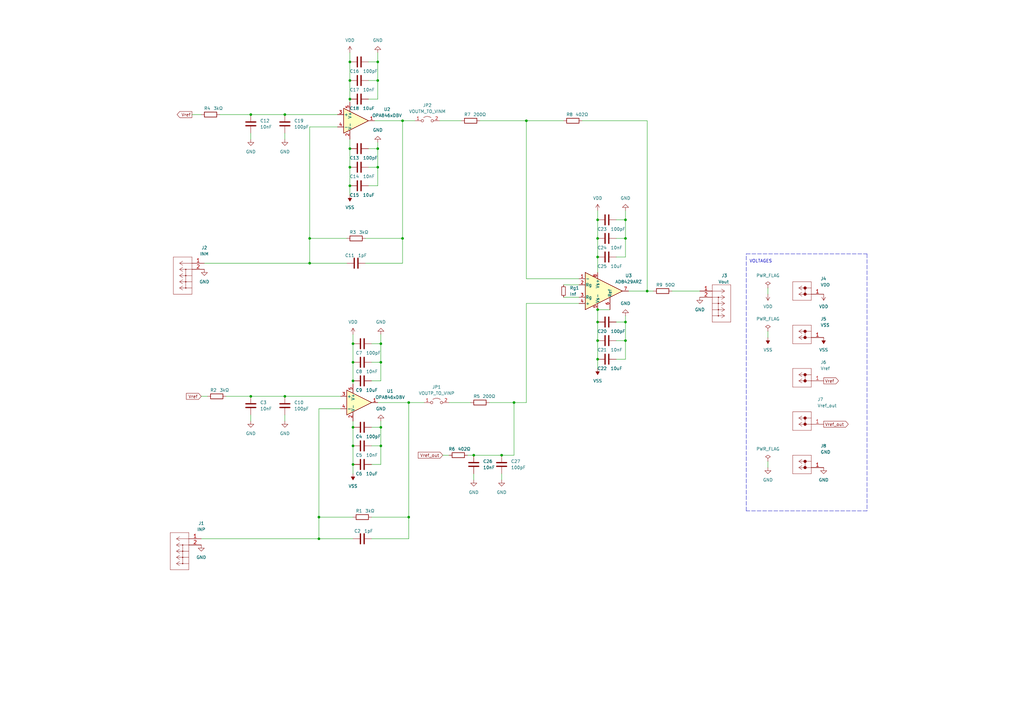
<source format=kicad_sch>
(kicad_sch (version 20211123) (generator eeschema)
  (paper "A3")
  (title_block (title "Amplifying and differential circuit") (date "2022-11-18") (rev "1") (company "EPFL") (comment 1 "For noise/differential measurements on transistors") (comment 2 "Vicente CARBON"))
  (lib_symbols
    (symbol "973582101_1" (pin_names (offset 0.254) hide)
      (property "Reference" "J?" (at 8.89 6.35 0))
      (property "Value" "973582101_1" (at 10.16 -7.62 0))
      (symbol "973582101_1_1_1"
        (pin bidirectional line (at 0 0 0) (length 5.08) (name "1") (number "1"))
        (pin no_connect line (at 0 -2.54 0) (length 5.08) hide (name "2") (number "2"))
      )
    )
    (symbol "973582101_2" (pin_names (offset 0.254) hide)
      (property "Reference" "J?" (at 8.89 6.35 0))
      (property "Value" "973582101_2" (at 10.16 -7.62 0))
      (symbol "973582101_2_1_1"
        (pin bidirectional line (at 0 0 0) (length 5.08) (name "1") (number "1"))
        (pin no_connect line (at 0 -2.54 0) (length 5.08) hide (name "2") (number "2"))
      )
    )
    (symbol "973582101_3" (pin_names (offset 0.254) hide)
      (property "Reference" "J?" (at 8.89 6.35 0))
      (property "Value" "973582101_3" (at 10.16 -7.62 0))
      (symbol "973582101_3_1_1"
        (pin bidirectional line (at 0 0 0) (length 5.08) (name "1") (number "1"))
        (pin no_connect line (at 0 -2.54 0) (length 5.08) hide (name "2") (number "2"))
      )
    )
    (symbol "973582101_4" (pin_names (offset 0.254) hide)
      (property "Reference" "J?" (at 8.89 6.35 0))
      (property "Value" "973582101_4" (at 10.16 -7.62 0))
      (symbol "973582101_4_1_1"
        (pin bidirectional line (at 0 0 0) (length 5.08) (name "1") (number "1"))
        (pin no_connect line (at 0 -2.54 0) (length 5.08) hide (name "2") (number "2"))
      )
    )
    (symbol "Amplifier_Instrumentation:AD8429ARZ" (pin_names (offset 0.127))
      (property "Reference" "U" (at 3.556 7.366 0))
      (property "Value" "AD8429ARZ" (at 7.366 5.334 0))
      (symbol "AD8429ARZ_1_1"
        (pin input line (at -7.62 5.08 0) (length 2.54) (name "-") (number "1"))
        (pin passive line (at -7.62 2.54 0) (length 2.54) (name "Rg") (number "2"))
        (pin passive line (at -7.62 -2.54 0) (length 2.54) (name "Rg") (number "3"))
        (pin input line (at -7.62 -5.08 0) (length 2.54) (name "+") (number "4"))
        (pin power_in line (at 0 -7.62 90) (length 2.54) (name "Vs-") (number "5"))
        (pin passive line (at 5.08 -7.62 90) (length 5.08) (name "Ref") (number "6"))
        (pin output line (at 12.7 0 180) (length 2.54) (name "~") (number "7"))
        (pin power_in line (at 0 7.62 270) (length 2.54) (name "Vs+") (number "8"))
      )
    )
    (symbol "Amplifier_Operational:OPA846xDBV" (pin_names (offset 0.127))
      (property "Reference" "U" (at -1.27 6.35 0))
      (property "Value" "OPA846xDBV" (at -1.27 3.81 0))
      (symbol "OPA846xDBV_0_1"
        (pin power_in line (at -2.54 -7.62 90) (length 3.81) (name "V-") (number "2"))
        (pin power_in line (at -2.54 7.62 270) (length 3.81) (name "V+") (number "5"))
      )
      (symbol "OPA846xDBV_1_1"
        (pin output line (at 7.62 0 180) (length 2.54) (name "~") (number "1"))
        (pin input line (at -7.62 2.54 0) (length 2.54) (name "+") (number "3"))
        (pin input line (at -7.62 -2.54 0) (length 2.54) (name "-") (number "4"))
      )
    )
    (symbol "Device:C" (pin_numbers hide) (pin_names (offset 0.254))
      (property "Reference" "C" (at 0.635 2.54 0))
      (property "Value" "C" (at 0.635 -2.54 0))
      (symbol "C_1_1"
        (pin passive line (at 0 3.81 270) (length 2.794) (name "~") (number "1"))
        (pin passive line (at 0 -3.81 90) (length 2.794) (name "~") (number "2"))
      )
    )
    (symbol "Device:R" (pin_numbers hide) (pin_names (offset 0))
      (property "Reference" "R" (at 2.032 0 90))
      (property "Value" "R" (at 0 0 90))
      (symbol "R_1_1"
        (pin passive line (at 0 3.81 270) (length 1.27) (name "~") (number "1"))
        (pin passive line (at 0 -3.81 90) (length 1.27) (name "~") (number "2"))
      )
    )
    (symbol "Device:R_Small" (pin_numbers hide) (pin_names (offset 0.254) hide)
      (property "Reference" "R" (at 0.762 0.508 0))
      (property "Value" "R_Small" (at 0.762 -1.016 0))
      (symbol "R_Small_1_1"
        (pin passive line (at 0 2.54 270) (length 0.762) (name "~") (number "1"))
        (pin passive line (at 0 -2.54 90) (length 0.762) (name "~") (number "2"))
      )
    )
    (symbol "SMA-J-P-H-RA-TH1_1" (pin_names (offset 0.254) hide)
      (property "Reference" "J?" (at 8.89 6.35 0))
      (property "Value" "SMA-J-P-H-RA-TH1_1" (at 8.89 -16.51 0))
      (symbol "SMA-J-P-H-RA-TH1_1_1_1"
        (pin bidirectional line (at 0 0 0) (length 5.08) (name "1") (number "1"))
        (pin passive line (at 0 -2.54 0) (length 5.08) (name "2") (number "2"))
        (pin no_connect line (at 0 -5.08 0) (length 5.08) hide (name "3") (number "3"))
        (pin no_connect line (at 0 -7.62 0) (length 5.08) hide (name "4") (number "4"))
        (pin no_connect line (at 0 -10.16 0) (length 5.08) hide (name "5") (number "5"))
      )
    )
    (symbol "SMA-J-P-H-RA-TH1_2" (pin_names (offset 0.254) hide)
      (property "Reference" "J?" (at 8.89 6.35 0))
      (property "Value" "SMA-J-P-H-RA-TH1_2" (at 8.89 -16.51 0))
      (symbol "SMA-J-P-H-RA-TH1_2_1_1"
        (pin bidirectional line (at 0 0 0) (length 5.08) (name "1") (number "1"))
        (pin passive line (at 0 -2.54 0) (length 5.08) (name "2") (number "2"))
        (pin no_connect line (at 0 -5.08 0) (length 5.08) hide (name "3") (number "3"))
        (pin no_connect line (at 0 -7.62 0) (length 5.08) hide (name "4") (number "4"))
        (pin no_connect line (at 0 -10.16 0) (length 5.08) hide (name "5") (number "5"))
      )
    )
    (symbol "created_lib:973582101" (pin_names (offset 0.254) hide)
      (property "Reference" "J?" (at 8.89 6.35 0))
      (property "Value" "973582101" (at 10.16 -7.62 0))
      (symbol "973582101_1_1"
        (pin bidirectional line (at 0 0 0) (length 5.08) (name "1") (number "1"))
        (pin no_connect line (at 0 -2.54 0) (length 5.08) hide (name "2") (number "2"))
      )
    )
    (symbol "created_lib:Jumper_2_Open" (pin_names (offset 0) hide)
      (property "Reference" "JP" (at 0 2.794 0))
      (property "Value" "Jumper_2_Open" (at 0 -2.286 0))
      (symbol "Jumper_2_Open_1_1"
        (pin passive line (at -5.08 0 0) (length 2.54) (name "A") (number "1"))
        (pin passive line (at 5.08 0 180) (length 2.54) (name "B") (number "2"))
      )
    )
    (symbol "created_lib:SMA-J-P-H-RA-TH1" (pin_names (offset 0.254) hide)
      (property "Reference" "J?" (at 8.89 6.35 0))
      (property "Value" "SMA-J-P-H-RA-TH1" (at 8.89 -16.51 0))
      (symbol "SMA-J-P-H-RA-TH1_1_1"
        (pin bidirectional line (at 0 0 0) (length 5.08) (name "1") (number "1"))
        (pin passive line (at 0 -2.54 0) (length 5.08) (name "2") (number "2"))
        (pin no_connect line (at 0 -5.08 0) (length 5.08) hide (name "3") (number "3"))
        (pin no_connect line (at 0 -7.62 0) (length 5.08) hide (name "4") (number "4"))
        (pin no_connect line (at 0 -10.16 0) (length 5.08) hide (name "5") (number "5"))
      )
    )
    (symbol "power:GND" (power) (pin_names (offset 0))
      (property "Value" "GND" (at 0 -3.81 0))
      (symbol "GND_1_1"
        (pin power_in line (at 0 0 270) (length 0) hide (name "GND") (number "1"))
      )
    )
    (symbol "power:PWR_FLAG" (power) (pin_numbers hide) (pin_names (offset 0) hide)
      (property "Value" "PWR_FLAG" (at 0 3.81 0))
      (symbol "PWR_FLAG_0_0"
        (pin power_out line (at 0 0 90) (length 0) (name "pwr") (number "1"))
      )
    )
    (symbol "power:VDD" (power) (pin_names (offset 0))
      (property "Value" "VDD" (at 0 3.81 0))
      (symbol "VDD_1_1"
        (pin power_in line (at 0 0 90) (length 0) hide (name "VDD") (number "1"))
      )
    )
    (symbol "power:VSS" (power) (pin_names (offset 0))
      (property "Value" "VSS" (at 0 3.81 0))
      (symbol "VSS_1_1"
        (pin power_in line (at 0 0 90) (length 0) hide (name "VSS") (number "1"))
      )
    )
  )
  (junction (at 256.54 132.08))
  (junction (at 130.81 220.98))
  (junction (at 143.51 60.96))
  (junction (at 143.51 76.2))
  (junction (at 154.94 68.58))
  (junction (at 144.78 148.59))
  (junction (at 256.54 90.17))
  (junction (at 154.94 33.02))
  (junction (at 245.11 139.7))
  (junction (at 127 97.79))
  (junction (at 156.21 148.59))
  (junction (at 143.51 33.02))
  (junction (at 256.54 97.79))
  (junction (at 167.64 165.1))
  (junction (at 144.78 175.26))
  (junction (at 215.9 49.53))
  (junction (at 156.21 140.97))
  (junction (at 116.84 46.99))
  (junction (at 256.54 139.7))
  (junction (at 144.78 156.21))
  (junction (at 245.11 90.17))
  (junction (at 127 107.95))
  (junction (at 245.11 97.79))
  (junction (at 245.11 127))
  (junction (at 156.21 182.88))
  (junction (at 154.94 60.96))
  (junction (at 165.1 97.79))
  (junction (at 245.11 132.08))
  (junction (at 265.43 119.38))
  (junction (at 245.11 147.32))
  (junction (at 130.81 212.09))
  (junction (at 167.64 212.09))
  (junction (at 245.11 105.41))
  (junction (at 194.31 186.69))
  (junction (at 116.84 162.56))
  (junction (at 144.78 182.88))
  (junction (at 156.21 175.26))
  (junction (at 144.78 140.97))
  (junction (at 205.74 186.69))
  (junction (at 143.51 68.58))
  (junction (at 154.94 25.4))
  (junction (at 143.51 25.4))
  (junction (at 143.51 40.64))
  (junction (at 102.87 46.99))
  (junction (at 144.78 190.5))
  (junction (at 102.87 162.56))
  (junction (at 210.82 165.1))
  (junction (at 165.1 49.53))
  (wire (pts (xy 256.54 90.17) (xy 256.54 86.36)))
  (wire (pts (xy 154.94 25.4) (xy 154.94 21.59)))
  (wire (pts (xy 184.15 165.1) (xy 193.04 165.1)))
  (wire (pts (xy 167.64 212.09) (xy 167.64 220.98)))
  (wire (pts (xy 238.76 49.53) (xy 265.43 49.53)))
  (wire (pts (xy 151.13 76.2) (xy 154.94 76.2)))
  (wire (pts (xy 151.13 68.58) (xy 154.94 68.58)))
  (wire (pts (xy 265.43 49.53) (xy 265.43 119.38)))
  (wire (pts (xy 127 52.07) (xy 127 97.79)))
  (wire (pts (xy 215.9 49.53) (xy 231.14 49.53)))
  (wire (pts (xy 314.96 189.23) (xy 314.96 191.77)))
  (wire (pts (xy 90.17 46.99) (xy 102.87 46.99)))
  (wire (pts (xy 256.54 97.79) (xy 256.54 105.41)))
  (wire (pts (xy 257.81 119.38) (xy 265.43 119.38)))
  (wire (pts (xy 144.78 140.97) (xy 144.78 148.59)))
  (polyline (pts (xy 306.07 209.55) (xy 306.07 104.14)))
  (wire (pts (xy 143.51 57.15) (xy 143.51 60.96)))
  (wire (pts (xy 210.82 186.69) (xy 210.82 165.1)))
  (wire (pts (xy 191.77 186.69) (xy 194.31 186.69)))
  (wire (pts (xy 144.78 148.59) (xy 144.78 156.21)))
  (wire (pts (xy 245.11 86.36) (xy 245.11 90.17)))
  (wire (pts (xy 245.11 105.41) (xy 245.11 111.76)))
  (wire (pts (xy 181.61 186.69) (xy 184.15 186.69)))
  (wire (pts (xy 156.21 148.59) (xy 156.21 156.21)))
  (wire (pts (xy 83.82 107.95) (xy 127 107.95)))
  (wire (pts (xy 205.74 186.69) (xy 210.82 186.69)))
  (wire (pts (xy 200.66 165.1) (xy 210.82 165.1)))
  (wire (pts (xy 102.87 170.18) (xy 102.87 172.72)))
  (wire (pts (xy 165.1 49.53) (xy 165.1 97.79)))
  (wire (pts (xy 256.54 132.08) (xy 256.54 139.7)))
  (wire (pts (xy 102.87 46.99) (xy 116.84 46.99)))
  (wire (pts (xy 144.78 156.21) (xy 144.78 157.48)))
  (wire (pts (xy 151.13 25.4) (xy 154.94 25.4)))
  (wire (pts (xy 154.94 68.58) (xy 154.94 76.2)))
  (polyline (pts (xy 355.6 104.14) (xy 355.6 209.55)))
  (wire (pts (xy 116.84 162.56) (xy 139.7 162.56)))
  (wire (pts (xy 275.59 119.38) (xy 287.02 119.38)))
  (wire (pts (xy 245.11 97.79) (xy 245.11 105.41)))
  (wire (pts (xy 194.31 186.69) (xy 205.74 186.69)))
  (wire (pts (xy 154.94 60.96) (xy 154.94 58.42)))
  (wire (pts (xy 156.21 140.97) (xy 156.21 148.59)))
  (wire (pts (xy 151.13 60.96) (xy 154.94 60.96)))
  (wire (pts (xy 152.4 175.26) (xy 156.21 175.26)))
  (wire (pts (xy 82.55 220.98) (xy 130.81 220.98)))
  (wire (pts (xy 256.54 139.7) (xy 256.54 147.32)))
  (wire (pts (xy 245.11 127) (xy 250.19 127)))
  (wire (pts (xy 245.11 147.32) (xy 245.11 151.13)))
  (wire (pts (xy 156.21 175.26) (xy 156.21 182.88)))
  (wire (pts (xy 210.82 165.1) (xy 215.9 165.1)))
  (wire (pts (xy 152.4 212.09) (xy 167.64 212.09)))
  (wire (pts (xy 152.4 182.88) (xy 156.21 182.88)))
  (wire (pts (xy 143.51 68.58) (xy 143.51 76.2)))
  (wire (pts (xy 180.34 49.53) (xy 189.23 49.53)))
  (wire (pts (xy 154.94 60.96) (xy 154.94 68.58)))
  (wire (pts (xy 156.21 140.97) (xy 156.21 137.16)))
  (polyline (pts (xy 355.6 209.55) (xy 306.07 209.55)))
  (wire (pts (xy 194.31 194.31) (xy 194.31 196.85)))
  (wire (pts (xy 144.78 137.16) (xy 144.78 140.97)))
  (wire (pts (xy 152.4 190.5) (xy 156.21 190.5)))
  (wire (pts (xy 92.71 162.56) (xy 102.87 162.56)))
  (wire (pts (xy 215.9 124.46) (xy 215.9 165.1)))
  (wire (pts (xy 127 107.95) (xy 142.24 107.95)))
  (wire (pts (xy 314.96 118.11) (xy 314.96 120.65)))
  (wire (pts (xy 245.11 127) (xy 245.11 132.08)))
  (wire (pts (xy 252.73 139.7) (xy 256.54 139.7)))
  (wire (pts (xy 231.14 121.92) (xy 237.49 121.92)))
  (wire (pts (xy 152.4 220.98) (xy 167.64 220.98)))
  (wire (pts (xy 130.81 220.98) (xy 144.78 220.98)))
  (wire (pts (xy 165.1 49.53) (xy 170.18 49.53)))
  (wire (pts (xy 152.4 140.97) (xy 156.21 140.97)))
  (wire (pts (xy 245.11 132.08) (xy 245.11 139.7)))
  (wire (pts (xy 153.67 49.53) (xy 165.1 49.53)))
  (wire (pts (xy 152.4 156.21) (xy 156.21 156.21)))
  (wire (pts (xy 116.84 54.61) (xy 116.84 57.15)))
  (wire (pts (xy 245.11 139.7) (xy 245.11 147.32)))
  (wire (pts (xy 130.81 167.64) (xy 130.81 212.09)))
  (wire (pts (xy 116.84 170.18) (xy 116.84 172.72)))
  (wire (pts (xy 167.64 165.1) (xy 167.64 212.09)))
  (wire (pts (xy 139.7 167.64) (xy 130.81 167.64)))
  (wire (pts (xy 252.73 90.17) (xy 256.54 90.17)))
  (wire (pts (xy 127 97.79) (xy 142.24 97.79)))
  (wire (pts (xy 143.51 40.64) (xy 143.51 41.91)))
  (wire (pts (xy 245.11 90.17) (xy 245.11 97.79)))
  (polyline (pts (xy 306.07 104.14) (xy 355.6 104.14)))
  (wire (pts (xy 314.96 135.89) (xy 314.96 138.43)))
  (wire (pts (xy 102.87 54.61) (xy 102.87 57.15)))
  (wire (pts (xy 237.49 114.3) (xy 215.9 114.3)))
  (wire (pts (xy 82.55 162.56) (xy 85.09 162.56)))
  (wire (pts (xy 102.87 162.56) (xy 116.84 162.56)))
  (wire (pts (xy 256.54 90.17) (xy 256.54 97.79)))
  (wire (pts (xy 78.74 46.99) (xy 82.55 46.99)))
  (wire (pts (xy 167.64 165.1) (xy 173.99 165.1)))
  (wire (pts (xy 256.54 132.08) (xy 256.54 129.54)))
  (wire (pts (xy 156.21 182.88) (xy 156.21 190.5)))
  (wire (pts (xy 144.78 190.5) (xy 144.78 194.31)))
  (wire (pts (xy 143.51 25.4) (xy 143.51 33.02)))
  (wire (pts (xy 149.86 97.79) (xy 165.1 97.79)))
  (wire (pts (xy 156.21 175.26) (xy 156.21 172.72)))
  (wire (pts (xy 152.4 148.59) (xy 156.21 148.59)))
  (wire (pts (xy 144.78 172.72) (xy 144.78 175.26)))
  (wire (pts (xy 154.94 165.1) (xy 167.64 165.1)))
  (wire (pts (xy 144.78 175.26) (xy 144.78 182.88)))
  (wire (pts (xy 151.13 33.02) (xy 154.94 33.02)))
  (wire (pts (xy 130.81 212.09) (xy 130.81 220.98)))
  (wire (pts (xy 143.51 60.96) (xy 143.51 68.58)))
  (wire (pts (xy 127 97.79) (xy 127 107.95)))
  (wire (pts (xy 143.51 76.2) (xy 143.51 80.01)))
  (wire (pts (xy 252.73 97.79) (xy 256.54 97.79)))
  (wire (pts (xy 265.43 119.38) (xy 267.97 119.38)))
  (wire (pts (xy 205.74 194.31) (xy 205.74 196.85)))
  (wire (pts (xy 252.73 105.41) (xy 256.54 105.41)))
  (wire (pts (xy 165.1 97.79) (xy 165.1 107.95)))
  (wire (pts (xy 130.81 212.09) (xy 144.78 212.09)))
  (wire (pts (xy 154.94 33.02) (xy 154.94 40.64)))
  (wire (pts (xy 252.73 147.32) (xy 256.54 147.32)))
  (wire (pts (xy 144.78 182.88) (xy 144.78 190.5)))
  (wire (pts (xy 143.51 33.02) (xy 143.51 40.64)))
  (wire (pts (xy 127 52.07) (xy 138.43 52.07)))
  (wire (pts (xy 154.94 25.4) (xy 154.94 33.02)))
  (wire (pts (xy 231.14 116.84) (xy 237.49 116.84)))
  (wire (pts (xy 143.51 21.59) (xy 143.51 25.4)))
  (wire (pts (xy 116.84 46.99) (xy 138.43 46.99)))
  (wire (pts (xy 149.86 107.95) (xy 165.1 107.95)))
  (wire (pts (xy 252.73 132.08) (xy 256.54 132.08)))
  (wire (pts (xy 151.13 40.64) (xy 154.94 40.64)))
  (wire (pts (xy 196.85 49.53) (xy 215.9 49.53)))
  (wire (pts (xy 215.9 114.3) (xy 215.9 49.53)))
  (wire (pts (xy 237.49 124.46) (xy 215.9 124.46)))
  (text "VOLTAGES\n" (at 307.34 107.95 0) (effects (font (size 1.27 1.27)) (justify left bottom)))
  (global_label "Vref" (shape input) (at 82.55 162.56 180) (property "Intersheet References" "${INTERSHEET_REFS}" (effects hide)))
  (global_label "Vref" (shape output) (at 78.74 46.99 180) (property "Intersheet References" "${INTERSHEET_REFS}" (effects hide)))
  (global_label "Vref_out" (shape output) (at 337.82 173.99 0) (property "Intersheet References" "${INTERSHEET_REFS}" (effects hide)))
  (global_label "Vref" (shape output) (at 337.82 156.21 0) (property "Intersheet References" "${INTERSHEET_REFS}" (effects hide)))
  (global_label "Vref_out" (shape input) (at 181.61 186.69 180) (property "Intersheet References" "${INTERSHEET_REFS}" (effects hide)))
  (symbol (lib_id "created_lib:Jumper_2_Open") (at 175.26 49.53 0) (unit 1)
    (property "Reference" "JP2" (at 175.26 43.18 0))
    (property "Value" "VOUTM_TO_VINM" (at 175.26 45.72 0))
    (property "Footprint" "created_lib:BC020-02-A-0200-0300-L-G" (effects hide))
    (property "Datasheet" "https://gct.co/files/specs/1.00mm-header-spec.pdf" (effects hide))
    (property "Shop link" "https://www.digikey.ch/en/products/detail/cnc-tech/243-06-1-03/3441567" (effects hide))
  )
  (symbol (lib_id "power:GND") (at 194.31 196.85 0) (unit 1)
    (property "Reference" "#PWR0124" (effects hide))
    (property "Value" "GND" (at 194.31 201.93 0))
  )
  (symbol (lib_id "Device:C") (at 146.05 107.95 90) (unit 1)
    (property "Reference" "C11" (at 145.415 104.775 90) (effects (justify left)))
    (property "Value" "1pF" (at 150.495 104.775 90) (effects (justify left)))
    (property "Footprint" "created_lib:CC1206JRNPO9BN102" (effects hide))
    (property "Datasheet" "https://www.yageo.com/upload/media/product/productsearch/datasheet/mlcc/UPY-GP_NP0_16V-to-50V_18.pdf" (effects hide))
    (property "Shop link" "https://www.digikey.ch/en/products/detail/yageo/CC1206JRNPO9BN102/302897" (effects hide))
  )
  (symbol (lib_id "Device:R") (at 187.96 186.69 90) (unit 1)
    (property "Reference" "R6" (at 186.69 184.15 90) (effects (justify left)))
    (property "Value" "402Ω" (at 193.04 184.15 90) (effects (justify left)))
    (property "Footprint" "Resistor_SMD:R_0603_1608Metric" (effects hide))
    (property "Datasheet" "https://www.susumu.co.jp/common/pdf/n_catalog_partition05_en.pdf" (effects hide))
    (property "Shop link" "https://www.digikey.ch/en/products/detail/susumu/RR0816P-4020-D-59A/676140" (effects hide))
  )
  (symbol (lib_id "Device:C") (at 248.92 147.32 90) (unit 1)
    (property "Reference" "C22" (at 248.92 151.13 90) (effects (justify left)))
    (property "Value" "10uF" (at 255.27 151.13 90) (effects (justify left)))
    (property "Footprint" "created_lib:C1206X106J4RACAUTO" (effects hide))
    (property "Shop link" "https://www.digikey.ch/en/products/detail/kemet/C1206X106J4RACAUTO/11675950" (effects hide))
  )
  (symbol (lib_id "power:GND") (at 116.84 172.72 0) (unit 1)
    (property "Reference" "#PWR0105" (effects hide))
    (property "Value" "GND" (at 116.84 177.8 0))
  )
  (symbol (lib_id "Device:C") (at 102.87 50.8 0) (unit 1)
    (property "Reference" "C12" (at 106.68 49.5299 0) (effects (justify left)))
    (property "Value" "10nF" (at 106.68 52.0699 0) (effects (justify left)))
    (property "Footprint" "created_lib:06035C103JAT2A" (effects hide))
    (property "Datasheet" "https://datasheets.kyocera-avx.com/X7RDielectric.pdf" (effects hide))
    (property "Shop link" "https://www.digikey.ch/en/products/detail/kyocera-avx/06035C103JAT2A/1600025" (effects hide))
  )
  (symbol (lib_id "power:GND") (at 82.55 223.52 0) (unit 1)
    (property "Reference" "#PWR0114" (effects hide))
    (property "Value" "GND" (at 82.55 228.6 0))
  )
  (symbol (lib_id "Device:R") (at 193.04 49.53 90) (unit 1)
    (property "Reference" "R7" (at 193.04 46.99 90) (effects (justify left)))
    (property "Value" "200Ω" (at 199.39 46.99 90) (effects (justify left)))
    (property "Footprint" "Resistor_SMD:R_0603_1608Metric" (effects hide))
    (property "Datasheet" "https://www.susumu.co.jp/common/pdf/n_catalog_partition05_en.pdf" (effects hide))
    (property "Shop link" "https://www.digikey.ch/en/products/detail/susumu/RR0816P-201-D/432168" (effects hide))
  )
  (symbol (lib_id "Device:C") (at 194.31 190.5 0) (unit 1)
    (property "Reference" "C26" (at 198.12 189.2299 0) (effects (justify left)))
    (property "Value" "10nF" (at 198.12 191.7699 0) (effects (justify left)))
    (property "Footprint" "created_lib:06035C103JAT2A" (effects hide))
    (property "Datasheet" "https://datasheets.kyocera-avx.com/X7RDielectric.pdf" (effects hide))
    (property "Shop link" "https://www.digikey.ch/en/products/detail/kyocera-avx/06035C103JAT2A/1600025" (effects hide))
  )
  (symbol (lib_name "973582101_1") (lib_id "created_lib:973582101") (at 337.82 173.99 180) (unit 1)
    (property "Reference" "J7" (at 335.28 163.83 0) (effects (justify right)))
    (property "Value" "Vref_out" (at 335.28 166.37 0) (effects (justify right)))
    (property "Footprint" "created_lib:973582101" (effects hide))
    (property "Datasheet" "https://www.digikey.ch/fr/products/detail/altech-corporation/973582101/9447005?s=N4IgTCBcDaIJwHYDMBWAHGAjABkyAugL5A" (effects hide))
    (property "Shop link" "https://www.digikey.ch/fr/products/detail/altech-corporation/973582101/9447005?s=N4IgTCBcDaIJwHYDMBWAHGAjABkyAugL5A" (effects hide))
  )
  (symbol (lib_id "Device:C") (at 147.32 68.58 90) (unit 1)
    (property "Reference" "C14" (at 147.32 72.39 90) (effects (justify left)))
    (property "Value" "10nF" (at 153.7225 72.3912 90) (effects (justify left)))
    (property "Footprint" "created_lib:06035C103JAT2A" (effects hide))
    (property "Datasheet" "https://datasheets.kyocera-avx.com/X7RDielectric.pdf" (effects hide))
    (property "Shop link" "https://www.digikey.ch/en/products/detail/kyocera-avx/06035C103JAT2A/1600025" (effects hide))
  )
  (symbol (lib_id "Device:R") (at 146.05 97.79 90) (unit 1)
    (property "Reference" "R3" (at 146.05 95.25 90) (effects (justify left)))
    (property "Value" "3kΩ" (at 151.13 95.25 90) (effects (justify left)))
    (property "Footprint" "Resistor_SMD:R_0402_1005Metric" (effects hide))
    (property "Datasheet" "https://www.susumu.co.jp/common/pdf/n_catalog_partition05_en.pdf" (effects hide))
    (property "Shop link" "https://www.digikey.ch/en/products/detail/susumu/RR0510P-302-D/432408" (effects hide))
  )
  (symbol (lib_id "Amplifier_Instrumentation:AD8429ARZ") (at 245.11 119.38 0) (unit 1)
    (property "Reference" "U3" (at 257.81 113.03 0))
    (property "Value" "AD8429ARZ" (at 257.81 115.57 0))
    (property "Footprint" "created_lib:AD8429ARZ-R7" (effects hide))
    (property "Datasheet" "https://www.analog.com/media/en/technical-documentation/data-sheets/AD8429.pdf" (effects hide))
    (property "Shop link" "https://www.digikey.ch/en/products/detail/analog-devices-inc/AD8429ARZ-R7/2742182" (effects hide))
  )
  (symbol (lib_id "Device:R") (at 196.85 165.1 90) (unit 1)
    (property "Reference" "R5" (at 196.85 162.56 90) (effects (justify left)))
    (property "Value" "200Ω" (at 203.2 162.56 90) (effects (justify left)))
    (property "Footprint" "Resistor_SMD:R_0603_1608Metric" (effects hide))
    (property "Datasheet" "https://www.susumu.co.jp/common/pdf/n_catalog_partition05_en.pdf" (effects hide))
    (property "Shop link" "https://www.digikey.ch/en/products/detail/susumu/RR0816P-201-D/432168" (effects hide))
  )
  (symbol (lib_id "Device:R_Small") (at 231.14 119.38 0) (unit 1)
    (property "Reference" "Rg1" (at 233.68 118.1099 0) (effects (justify left)))
    (property "Value" "Inf" (at 233.68 120.6499 0) (effects (justify left)))
    (property "Footprint" "Resistor_SMD:R_0805_2012Metric_Pad1.20x1.40mm_HandSolder" (effects hide))
  )
  (symbol (lib_id "Device:C") (at 248.92 97.79 90) (unit 1)
    (property "Reference" "C24" (at 248.92 101.6 90) (effects (justify left)))
    (property "Value" "10nF" (at 255.3225 101.6012 90) (effects (justify left)))
    (property "Footprint" "created_lib:06035C103JAT2A" (effects hide))
    (property "Datasheet" "https://datasheets.kyocera-avx.com/X7RDielectric.pdf" (effects hide))
    (property "Shop link" "https://www.digikey.ch/en/products/detail/kyocera-avx/06035C103JAT2A/1600025" (effects hide))
  )
  (symbol (lib_id "power:GND") (at 156.21 172.72 180) (unit 1)
    (property "Reference" "#PWR06" (effects hide))
    (property "Value" "GND" (at 156.21 167.64 0))
  )
  (symbol (lib_id "power:GND") (at 83.82 110.49 0) (unit 1)
    (property "Reference" "#PWR0102" (effects hide))
    (property "Value" "GND" (at 83.82 115.57 0))
  )
  (symbol (lib_id "power:PWR_FLAG") (at 314.96 135.89 0) (unit 1)
    (property "Reference" "#FLG0102" (effects hide))
    (property "Value" "PWR_FLAG" (at 314.96 130.81 0))
  )
  (symbol (lib_id "Device:R") (at 88.9 162.56 90) (unit 1)
    (property "Reference" "R2" (at 88.9 160.02 90) (effects (justify left)))
    (property "Value" "3kΩ" (at 93.98 160.02 90) (effects (justify left)))
    (property "Footprint" "Resistor_SMD:R_0402_1005Metric" (effects hide))
    (property "Datasheet" "https://www.susumu.co.jp/common/pdf/n_catalog_partition05_en.pdf" (effects hide))
    (property "Shop link" "https://www.digikey.ch/en/products/detail/susumu/RR0510P-302-D/432408" (effects hide))
  )
  (symbol (lib_id "power:GND") (at 337.82 191.77 0) (unit 1)
    (property "Reference" "#PWR0118" (effects hide))
    (property "Value" "GND" (at 337.82 196.85 0))
  )
  (symbol (lib_id "Device:C") (at 147.32 40.64 90) (unit 1)
    (property "Reference" "C18" (at 147.32 44.45 90) (effects (justify left)))
    (property "Value" "10uF" (at 153.67 44.45 90) (effects (justify left)))
    (property "Footprint" "created_lib:C1206X106J4RACAUTO" (effects hide))
    (property "Shop link" "https://www.digikey.ch/en/products/detail/kemet/C1206X106J4RACAUTO/11675950" (effects hide))
  )
  (symbol (lib_id "Device:C") (at 248.92 105.41 90) (unit 1)
    (property "Reference" "C25" (at 248.92 109.22 90) (effects (justify left)))
    (property "Value" "10uF" (at 255.27 109.22 90) (effects (justify left)))
    (property "Footprint" "created_lib:C1206X106J4RACAUTO" (effects hide))
    (property "Shop link" "https://www.digikey.ch/en/products/detail/kemet/C1206X106J4RACAUTO/11675950" (effects hide))
  )
  (symbol (lib_id "created_lib:SMA-J-P-H-RA-TH1") (at 287.02 119.38 0) (unit 1)
    (property "Reference" "J3" (at 295.91 113.03 0) (effects (justify left)))
    (property "Value" "Vout" (at 294.64 115.57 0) (effects (justify left)))
    (property "Footprint" "created_lib:RF2-04A-T-00-50-G" (effects hide))
    (property "Datasheet" "https://app.adam-tech.com/products/download/data_sheet/219105/rf2-04a-t-00-50-g-data-sheet.pdf" (effects hide))
    (property "Shop link" "https://www.digikey.ch/en/products/detail/cnc-tech/243-06-1-03/3441567" (effects hide))
  )
  (symbol (lib_id "Device:C") (at 148.59 182.88 90) (unit 1)
    (property "Reference" "C5" (at 148.59 186.69 90) (effects (justify left)))
    (property "Value" "10nF" (at 154.9925 186.6912 90) (effects (justify left)))
    (property "Footprint" "created_lib:06035C103JAT2A" (effects hide))
    (property "Datasheet" "https://datasheets.kyocera-avx.com/X7RDielectric.pdf" (effects hide))
    (property "Shop link" "https://www.digikey.ch/en/products/detail/kyocera-avx/06035C103JAT2A/1600025" (effects hide))
  )
  (symbol (lib_id "power:VSS") (at 144.78 194.31 180) (unit 1)
    (property "Reference" "#PWR02" (effects hide))
    (property "Value" "VSS" (at 144.78 199.39 0))
  )
  (symbol (lib_id "power:VDD") (at 144.78 137.16 0) (unit 1)
    (property "Reference" "#PWR01" (effects hide))
    (property "Value" "VDD" (at 144.78 132.08 0))
  )
  (symbol (lib_id "power:VDD") (at 314.96 120.65 180) (unit 1)
    (property "Reference" "#PWR0101" (effects hide))
    (property "Value" "VDD" (at 314.96 125.73 0))
  )
  (symbol (lib_id "power:GND") (at 256.54 86.36 180) (unit 1)
    (property "Reference" "#PWR011" (effects hide))
    (property "Value" "GND" (at 256.54 81.28 0))
  )
  (symbol (lib_id "Device:R") (at 234.95 49.53 90) (unit 1)
    (property "Reference" "R8" (at 234.95 46.99 90) (effects (justify left)))
    (property "Value" "402Ω" (at 241.3 46.99 90) (effects (justify left)))
    (property "Footprint" "Resistor_SMD:R_0603_1608Metric" (effects hide))
    (property "Datasheet" "https://www.susumu.co.jp/common/pdf/n_catalog_partition05_en.pdf" (effects hide))
    (property "Shop link" "https://www.digikey.ch/en/products/detail/susumu/RR0816P-4020-D-59A/676140" (effects hide))
  )
  (symbol (lib_id "Device:C") (at 248.92 139.7 90) (unit 1)
    (property "Reference" "C21" (at 248.92 143.51 90) (effects (justify left)))
    (property "Value" "10nF" (at 255.3225 143.5112 90) (effects (justify left)))
    (property "Footprint" "created_lib:06035C103JAT2A" (effects hide))
    (property "Datasheet" "https://datasheets.kyocera-avx.com/X7RDielectric.pdf" (effects hide))
    (property "Shop link" "https://www.digikey.ch/en/products/detail/kyocera-avx/06035C103JAT2A/1600025" (effects hide))
  )
  (symbol (lib_id "power:VDD") (at 337.82 120.65 180) (unit 1)
    (property "Reference" "#PWR0120" (effects hide))
    (property "Value" "VDD" (at 337.82 125.73 0))
  )
  (symbol (lib_id "Device:C") (at 116.84 50.8 0) (unit 1)
    (property "Reference" "C19" (at 120.65 49.5299 0) (effects (justify left)))
    (property "Value" "100pF" (at 120.65 52.0699 0) (effects (justify left)))
    (property "Footprint" "created_lib:CL05C101JB5NNNC" (effects hide))
    (property "Datasheet" "https://media.digikey.com/pdf/Data%20Sheets/Samsung%20PDFs/CL05C101JB5NNNC_Spec.pdf" (effects hide))
    (property "Shop link" "https://www.digikey.ch/en/products/detail/samsung-electro-mechanics/CL05C101JB5NNNC/3886683" (effects hide))
  )
  (symbol (lib_id "power:GND") (at 314.96 191.77 0) (unit 1)
    (property "Reference" "#PWR0103" (effects hide))
    (property "Value" "GND" (at 314.96 196.85 0))
  )
  (symbol (lib_name "973582101_3") (lib_id "created_lib:973582101") (at 337.82 191.77 180) (unit 1)
    (property "Reference" "J8" (at 336.55 182.88 0) (effects (justify right)))
    (property "Value" "GND" (at 336.55 185.42 0) (effects (justify right)))
    (property "Footprint" "created_lib:973582101" (effects hide))
    (property "Datasheet" "https://www.digikey.ch/fr/products/detail/altech-corporation/973582101/9447005?s=N4IgTCBcDaIJwHYDMBWAHGAjABkyAugL5A" (effects hide))
    (property "Shop link" "https://www.digikey.ch/fr/products/detail/altech-corporation/973582101/9447005?s=N4IgTCBcDaIJwHYDMBWAHGAjABkyAugL5A" (effects hide))
  )
  (symbol (lib_id "created_lib:Jumper_2_Open") (at 179.07 165.1 0) (unit 1)
    (property "Reference" "JP1" (at 179.07 158.75 0))
    (property "Value" "VOUTP_TO_VINP" (at 179.07 161.29 0))
    (property "Footprint" "created_lib:BC020-02-A-0200-0300-L-G" (effects hide))
    (property "Datasheet" "https://gct.co/files/specs/1.00mm-header-spec.pdf" (effects hide))
    (property "Shop link" "https://www.digikey.ch/en/products/detail/cnc-tech/243-06-1-03/3441567" (effects hide))
  )
  (symbol (lib_name "SMA-J-P-H-RA-TH1_2") (lib_id "created_lib:SMA-J-P-H-RA-TH1") (at 83.82 107.95 0) (mirror y) (unit 1)
    (property "Reference" "J2" (at 83.82 101.6 0))
    (property "Value" "INM" (at 83.82 104.14 0))
    (property "Footprint" "created_lib:RF2-04A-T-00-50-G" (effects hide))
    (property "Datasheet" "https://app.adam-tech.com/products/download/data_sheet/219105/rf2-04a-t-00-50-g-data-sheet.pdf" (effects hide))
    (property "Shop link" "https://www.digikey.ch/en/products/detail/cnc-tech/243-06-1-03/3441567" (effects hide))
  )
  (symbol (lib_id "created_lib:973582101") (at 337.82 120.65 180) (unit 1)
    (property "Reference" "J4" (at 336.55 114.3 0) (effects (justify right)))
    (property "Value" "VDD" (at 336.55 116.84 0) (effects (justify right)))
    (property "Footprint" "created_lib:973582101" (effects hide))
    (property "Datasheet" "https://www.digikey.ch/fr/products/detail/altech-corporation/973582101/9447005?s=N4IgTCBcDaIJwHYDMBWAHGAjABkyAugL5A" (effects hide))
    (property "Shop link" "https://www.digikey.ch/fr/products/detail/altech-corporation/973582101/9447005?s=N4IgTCBcDaIJwHYDMBWAHGAjABkyAugL5A" (effects hide))
  )
  (symbol (lib_id "Device:C") (at 248.92 132.08 90) (unit 1)
    (property "Reference" "C20" (at 248.92 135.89 90) (effects (justify left)))
    (property "Value" "100pF" (at 256.54 135.89 90) (effects (justify left)))
    (property "Footprint" "created_lib:CL05C101JB5NNNC" (effects hide))
    (property "Datasheet" "https://media.digikey.com/pdf/Data%20Sheets/Samsung%20PDFs/CL05C101JB5NNNC_Spec.pdf" (effects hide))
    (property "Shop link" "https://www.digikey.ch/en/products/detail/samsung-electro-mechanics/CL05C101JB5NNNC/3886683" (effects hide))
  )
  (symbol (lib_id "power:VSS") (at 337.82 138.43 180) (unit 1)
    (property "Reference" "#PWR0119" (effects hide))
    (property "Value" "VSS" (at 337.82 143.51 0))
  )
  (symbol (lib_id "power:GND") (at 154.94 21.59 180) (unit 1)
    (property "Reference" "#PWR07" (effects hide))
    (property "Value" "GND" (at 154.94 16.51 0))
  )
  (symbol (lib_id "Device:C") (at 116.84 166.37 0) (unit 1)
    (property "Reference" "C10" (at 120.65 165.0999 0) (effects (justify left)))
    (property "Value" "100pF" (at 120.65 167.6399 0) (effects (justify left)))
    (property "Footprint" "created_lib:CL05C101JB5NNNC" (effects hide))
    (property "Datasheet" "https://media.digikey.com/pdf/Data%20Sheets/Samsung%20PDFs/CL05C101JB5NNNC_Spec.pdf" (effects hide))
    (property "Shop link" "https://www.digikey.ch/en/products/detail/samsung-electro-mechanics/CL05C101JB5NNNC/3886683" (effects hide))
  )
  (symbol (lib_name "973582101_4") (lib_id "created_lib:973582101") (at 337.82 138.43 180) (unit 1)
    (property "Reference" "J5" (at 336.55 130.81 0) (effects (justify right)))
    (property "Value" "VSS" (at 336.55 133.35 0) (effects (justify right)))
    (property "Footprint" "created_lib:973582101" (effects hide))
    (property "Datasheet" "https://www.digikey.ch/fr/products/detail/altech-corporation/973582101/9447005?s=N4IgTCBcDaIJwHYDMBWAHGAjABkyAugL5A" (effects hide))
    (property "Shop link" "https://www.digikey.ch/fr/products/detail/altech-corporation/973582101/9447005?s=N4IgTCBcDaIJwHYDMBWAHGAjABkyAugL5A" (effects hide))
  )
  (symbol (lib_name "973582101_2") (lib_id "created_lib:973582101") (at 337.82 156.21 180) (unit 1)
    (property "Reference" "J6" (at 336.55 148.59 0) (effects (justify right)))
    (property "Value" "Vref" (at 336.55 151.13 0) (effects (justify right)))
    (property "Footprint" "created_lib:973582101" (effects hide))
    (property "Datasheet" "https://www.digikey.ch/fr/products/detail/altech-corporation/973582101/9447005?s=N4IgTCBcDaIJwHYDMBWAHGAjABkyAugL5A" (effects hide))
    (property "Shop link" "https://www.digikey.ch/fr/products/detail/altech-corporation/973582101/9447005?s=N4IgTCBcDaIJwHYDMBWAHGAjABkyAugL5A" (effects hide))
  )
  (symbol (lib_id "Device:C") (at 147.32 76.2 90) (unit 1)
    (property "Reference" "C15" (at 147.32 80.01 90) (effects (justify left)))
    (property "Value" "10uF" (at 153.67 80.01 90) (effects (justify left)))
    (property "Footprint" "created_lib:C1206X106J4RACAUTO" (effects hide))
    (property "Shop link" "https://www.digikey.ch/en/products/detail/kemet/C1206X106J4RACAUTO/11675950" (effects hide))
  )
  (symbol (lib_id "power:GND") (at 154.94 58.42 180) (unit 1)
    (property "Reference" "#PWR08" (effects hide))
    (property "Value" "GND" (at 154.94 53.34 0))
  )
  (symbol (lib_id "Device:R") (at 271.78 119.38 90) (unit 1)
    (property "Reference" "R9" (at 271.78 116.84 90) (effects (justify left)))
    (property "Value" "50Ω" (at 276.86 116.84 90) (effects (justify left)))
    (property "Footprint" "created_lib:WSC251550R00FEA" (effects hide))
    (property "Datasheet" "https://www.vishay.com/docs/30102/wscwsn.pdf" (effects hide))
    (property "Shop link" "https://www.digikey.ch/en/products/detail/vishay-dale/WSC251550R00FEA/712434" (effects hide))
  )
  (symbol (lib_id "Amplifier_Operational:OPA846xDBV") (at 147.32 165.1 0) (unit 1)
    (property "Reference" "U1" (at 160.02 160.401 0))
    (property "Value" "OPA846xDBV" (at 160.02 162.941 0))
    (property "Footprint" "created_lib:OPA846IDBVT" (effects hide))
    (property "Datasheet" "http://www.ti.com/lit/ds/symlink/opa846.pdf" (effects hide))
    (property "Shop link" "https://www.digikey.ch/en/products/detail/texas-instruments/OPA846IDBVT/562809" (effects hide))
  )
  (symbol (lib_id "power:GND") (at 256.54 129.54 180) (unit 1)
    (property "Reference" "#PWR012" (effects hide))
    (property "Value" "GND" (at 256.54 124.46 0))
  )
  (symbol (lib_id "power:GND") (at 156.21 137.16 180) (unit 1)
    (property "Reference" "#PWR05" (effects hide))
    (property "Value" "GND" (at 156.21 132.08 0))
  )
  (symbol (lib_id "power:GND") (at 102.87 172.72 0) (unit 1)
    (property "Reference" "#PWR0104" (effects hide))
    (property "Value" "GND" (at 102.87 177.8 0))
  )
  (symbol (lib_name "SMA-J-P-H-RA-TH1_1") (lib_id "created_lib:SMA-J-P-H-RA-TH1") (at 82.55 220.98 0) (mirror y) (unit 1)
    (property "Reference" "J1" (at 82.55 214.63 0))
    (property "Value" "INP" (at 82.55 217.17 0))
    (property "Footprint" "created_lib:RF2-04A-T-00-50-G" (effects hide))
    (property "Datasheet" "https://app.adam-tech.com/products/download/data_sheet/219105/rf2-04a-t-00-50-g-data-sheet.pdf" (effects hide))
    (property "Shop link" "https://www.digikey.ch/en/products/detail/cnc-tech/243-06-1-03/3441567" (effects hide))
  )
  (symbol (lib_id "power:VDD") (at 143.51 21.59 0) (unit 1)
    (property "Reference" "#PWR03" (effects hide))
    (property "Value" "VDD" (at 143.51 16.51 0))
  )
  (symbol (lib_id "Amplifier_Operational:OPA846xDBV") (at 146.05 49.53 0) (unit 1)
    (property "Reference" "U2" (at 158.75 44.831 0))
    (property "Value" "OPA846xDBV" (at 158.75 47.371 0))
    (property "Footprint" "created_lib:OPA846IDBVT" (effects hide))
    (property "Datasheet" "http://www.ti.com/lit/ds/symlink/opa846.pdf" (effects hide))
    (property "Shop link" "https://www.digikey.ch/en/products/detail/texas-instruments/OPA846IDBVT/562809" (effects hide))
  )
  (symbol (lib_id "power:PWR_FLAG") (at 314.96 118.11 0) (unit 1)
    (property "Reference" "#FLG0101" (effects hide))
    (property "Value" "PWR_FLAG" (at 314.96 113.03 0))
  )
  (symbol (lib_id "power:VSS") (at 245.11 151.13 180) (unit 1)
    (property "Reference" "#PWR010" (effects hide))
    (property "Value" "VSS" (at 245.11 156.21 0))
  )
  (symbol (lib_id "Device:C") (at 148.59 220.98 90) (unit 1)
    (property "Reference" "C2" (at 147.955 217.805 90) (effects (justify left)))
    (property "Value" "1pF" (at 153.035 217.805 90) (effects (justify left)))
    (property "Footprint" "created_lib:CC1206JRNPO9BN102" (effects hide))
    (property "Datasheet" "https://www.yageo.com/upload/media/product/productsearch/datasheet/mlcc/UPY-GP_NP0_16V-to-50V_18.pdf" (effects hide))
    (property "Shop link" "https://www.digikey.ch/en/products/detail/yageo/CC1206JRNPO9BN102/302897" (effects hide))
  )
  (symbol (lib_id "Device:C") (at 148.59 190.5 90) (unit 1)
    (property "Reference" "C6" (at 148.59 194.31 90) (effects (justify left)))
    (property "Value" "10uF" (at 154.94 194.31 90) (effects (justify left)))
    (property "Footprint" "created_lib:C1206X106J4RACAUTO" (effects hide))
    (property "Shop link" "https://www.digikey.ch/en/products/detail/kemet/C1206X106J4RACAUTO/11675950" (effects hide))
  )
  (symbol (lib_id "power:GND") (at 102.87 57.15 0) (unit 1)
    (property "Reference" "#PWR0110" (effects hide))
    (property "Value" "GND" (at 102.87 62.23 0))
  )
  (symbol (lib_id "power:VSS") (at 143.51 80.01 180) (unit 1)
    (property "Reference" "#PWR04" (effects hide))
    (property "Value" "VSS" (at 143.51 85.09 0))
  )
  (symbol (lib_id "power:VSS") (at 314.96 138.43 180) (unit 1)
    (property "Reference" "#PWR0106" (effects hide))
    (property "Value" "VSS" (at 314.96 143.51 0))
  )
  (symbol (lib_id "Device:C") (at 147.32 60.96 90) (unit 1)
    (property "Reference" "C13" (at 147.32 64.77 90) (effects (justify left)))
    (property "Value" "100pF" (at 154.94 64.77 90) (effects (justify left)))
    (property "Footprint" "created_lib:CL05C101JB5NNNC" (effects hide))
    (property "Datasheet" "https://media.digikey.com/pdf/Data%20Sheets/Samsung%20PDFs/CL05C101JB5NNNC_Spec.pdf" (effects hide))
    (property "Shop link" "https://www.digikey.ch/en/products/detail/samsung-electro-mechanics/CL05C101JB5NNNC/3886683" (effects hide))
  )
  (symbol (lib_id "Device:C") (at 147.32 25.4 90) (unit 1)
    (property "Reference" "C16" (at 147.32 29.21 90) (effects (justify left)))
    (property "Value" "100pF" (at 154.94 29.21 90) (effects (justify left)))
    (property "Footprint" "created_lib:CL05C101JB5NNNC" (effects hide))
    (property "Datasheet" "https://media.digikey.com/pdf/Data%20Sheets/Samsung%20PDFs/CL05C101JB5NNNC_Spec.pdf" (effects hide))
    (property "Shop link" "https://www.digikey.ch/en/products/detail/samsung-electro-mechanics/CL05C101JB5NNNC/3886683" (effects hide))
  )
  (symbol (lib_id "Device:C") (at 148.59 156.21 90) (unit 1)
    (property "Reference" "C9" (at 148.59 160.02 90) (effects (justify left)))
    (property "Value" "10uF" (at 154.94 160.02 90) (effects (justify left)))
    (property "Footprint" "created_lib:C1206X106J4RACAUTO" (effects hide))
    (property "Shop link" "https://www.digikey.ch/en/products/detail/kemet/C1206X106J4RACAUTO/11675950" (effects hide))
  )
  (symbol (lib_id "Device:C") (at 148.59 175.26 90) (unit 1)
    (property "Reference" "C4" (at 148.59 179.07 90) (effects (justify left)))
    (property "Value" "100pF" (at 156.21 179.07 90) (effects (justify left)))
    (property "Footprint" "created_lib:CL05C101JB5NNNC" (effects hide))
    (property "Datasheet" "https://media.digikey.com/pdf/Data%20Sheets/Samsung%20PDFs/CL05C101JB5NNNC_Spec.pdf" (effects hide))
    (property "Shop link" "https://www.digikey.ch/en/products/detail/samsung-electro-mechanics/CL05C101JB5NNNC/3886683" (effects hide))
  )
  (symbol (lib_id "Device:C") (at 205.74 190.5 0) (unit 1)
    (property "Reference" "C27" (at 209.55 189.2299 0) (effects (justify left)))
    (property "Value" "100pF" (at 209.55 191.7699 0) (effects (justify left)))
    (property "Footprint" "created_lib:CL05C101JB5NNNC" (effects hide))
    (property "Datasheet" "https://media.digikey.com/pdf/Data%20Sheets/Samsung%20PDFs/CL05C101JB5NNNC_Spec.pdf" (effects hide))
    (property "Shop link" "https://www.digikey.ch/en/products/detail/samsung-electro-mechanics/CL05C101JB5NNNC/3886683" (effects hide))
  )
  (symbol (lib_id "power:PWR_FLAG") (at 314.96 189.23 0) (unit 1)
    (property "Reference" "#FLG0103" (effects hide))
    (property "Value" "PWR_FLAG" (at 314.96 184.15 0))
  )
  (symbol (lib_id "Device:C") (at 147.32 33.02 90) (unit 1)
    (property "Reference" "C17" (at 147.32 36.83 90) (effects (justify left)))
    (property "Value" "10nF" (at 153.7225 36.8312 90) (effects (justify left)))
    (property "Footprint" "created_lib:06035C103JAT2A" (effects hide))
    (property "Datasheet" "https://datasheets.kyocera-avx.com/X7RDielectric.pdf" (effects hide))
    (property "Shop link" "https://www.digikey.ch/en/products/detail/kyocera-avx/06035C103JAT2A/1600025" (effects hide))
  )
  (symbol (lib_id "power:GND") (at 205.74 196.85 0) (unit 1)
    (property "Reference" "#PWR0123" (effects hide))
    (property "Value" "GND" (at 205.74 201.93 0))
  )
  (symbol (lib_id "Device:C") (at 248.92 90.17 90) (unit 1)
    (property "Reference" "C23" (at 248.92 93.98 90) (effects (justify left)))
    (property "Value" "100pF" (at 256.54 93.98 90) (effects (justify left)))
    (property "Footprint" "created_lib:CL05C101JB5NNNC" (effects hide))
    (property "Datasheet" "https://media.digikey.com/pdf/Data%20Sheets/Samsung%20PDFs/CL05C101JB5NNNC_Spec.pdf" (effects hide))
    (property "Shop link" "https://www.digikey.ch/en/products/detail/samsung-electro-mechanics/CL05C101JB5NNNC/3886683" (effects hide))
  )
  (symbol (lib_id "power:GND") (at 116.84 57.15 0) (unit 1)
    (property "Reference" "#PWR0111" (effects hide))
    (property "Value" "GND" (at 116.84 62.23 0))
  )
  (symbol (lib_id "power:VDD") (at 245.11 86.36 0) (unit 1)
    (property "Reference" "#PWR09" (effects hide))
    (property "Value" "VDD" (at 245.11 81.28 0))
  )
  (symbol (lib_id "Device:C") (at 148.59 140.97 90) (unit 1)
    (property "Reference" "C7" (at 148.59 144.78 90) (effects (justify left)))
    (property "Value" "100pF" (at 156.21 144.78 90) (effects (justify left)))
    (property "Footprint" "created_lib:CL05C101JB5NNNC" (effects hide))
    (property "Datasheet" "https://media.digikey.com/pdf/Data%20Sheets/Samsung%20PDFs/CL05C101JB5NNNC_Spec.pdf" (effects hide))
    (property "Shop link" "https://www.digikey.ch/en/products/detail/samsung-electro-mechanics/CL05C101JB5NNNC/3886683" (effects hide))
  )
  (symbol (lib_id "Device:C") (at 148.59 148.59 90) (unit 1)
    (property "Reference" "C8" (at 148.59 152.4 90) (effects (justify left)))
    (property "Value" "10nF" (at 154.9925 152.4012 90) (effects (justify left)))
    (property "Footprint" "created_lib:06035C103JAT2A" (effects hide))
    (property "Datasheet" "https://datasheets.kyocera-avx.com/X7RDielectric.pdf" (effects hide))
    (property "Shop link" "https://www.digikey.ch/en/products/detail/kyocera-avx/06035C103JAT2A/1600025" (effects hide))
  )
  (symbol (lib_id "Device:R") (at 86.36 46.99 90) (unit 1)
    (property "Reference" "R4" (at 86.36 44.45 90) (effects (justify left)))
    (property "Value" "3kΩ" (at 91.44 44.45 90) (effects (justify left)))
    (property "Footprint" "Resistor_SMD:R_0402_1005Metric" (effects hide))
    (property "Datasheet" "https://www.susumu.co.jp/common/pdf/n_catalog_partition05_en.pdf" (effects hide))
    (property "Shop link" "https://www.digikey.ch/en/products/detail/susumu/RR0510P-302-D/432408" (effects hide))
  )
  (symbol (lib_id "Device:R") (at 148.59 212.09 90) (unit 1)
    (property "Reference" "R1" (at 148.59 209.55 90) (effects (justify left)))
    (property "Value" "3kΩ" (at 153.67 209.55 90) (effects (justify left)))
    (property "Footprint" "Resistor_SMD:R_0402_1005Metric" (effects hide))
    (property "Datasheet" "https://www.susumu.co.jp/common/pdf/n_catalog_partition05_en.pdf" (effects hide))
    (property "Shop link" "https://www.digikey.ch/en/products/detail/susumu/RR0510P-302-D/432408" (effects hide))
  )
  (symbol (lib_id "Device:C") (at 102.87 166.37 0) (unit 1)
    (property "Reference" "C3" (at 106.68 165.0999 0) (effects (justify left)))
    (property "Value" "10nF" (at 106.68 167.6399 0) (effects (justify left)))
    (property "Footprint" "created_lib:06035C103JAT2A" (effects hide))
    (property "Datasheet" "https://datasheets.kyocera-avx.com/X7RDielectric.pdf" (effects hide))
    (property "Shop link" "https://www.digikey.ch/en/products/detail/kyocera-avx/06035C103JAT2A/1600025" (effects hide))
  )
  (symbol (lib_id "power:GND") (at 287.02 121.92 0) (unit 1)
    (property "Reference" "#PWR0115" (effects hide))
    (property "Value" "GND" (at 287.02 127 0))
  )
)
</source>
